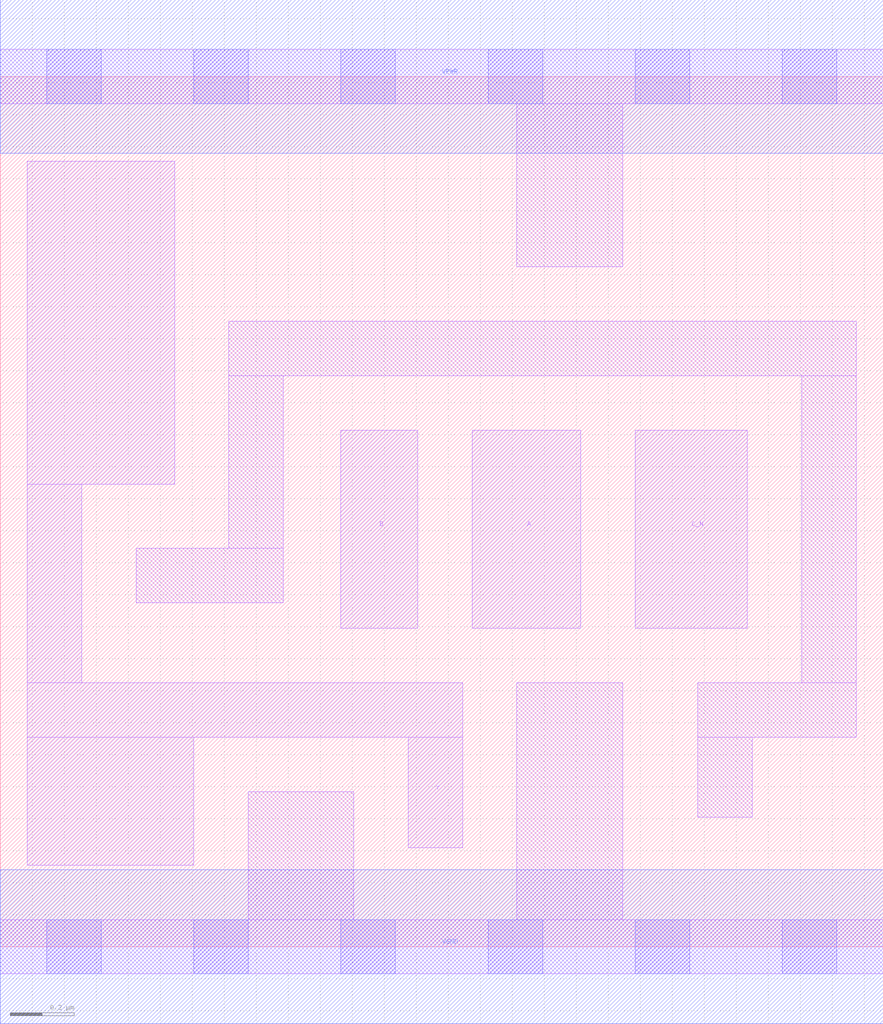
<source format=lef>
# Copyright 2020 The SkyWater PDK Authors
#
# Licensed under the Apache License, Version 2.0 (the "License");
# you may not use this file except in compliance with the License.
# You may obtain a copy of the License at
#
#     https://www.apache.org/licenses/LICENSE-2.0
#
# Unless required by applicable law or agreed to in writing, software
# distributed under the License is distributed on an "AS IS" BASIS,
# WITHOUT WARRANTIES OR CONDITIONS OF ANY KIND, either express or implied.
# See the License for the specific language governing permissions and
# limitations under the License.
#
# SPDX-License-Identifier: Apache-2.0

VERSION 5.7 ;
  NAMESCASESENSITIVE ON ;
  NOWIREEXTENSIONATPIN ON ;
  DIVIDERCHAR "/" ;
  BUSBITCHARS "[]" ;
UNITS
  DATABASE MICRONS 200 ;
END UNITS
MACRO sky130_fd_sc_hd__nor3b_1
  CLASS CORE ;
  SOURCE USER ;
  FOREIGN sky130_fd_sc_hd__nor3b_1 ;
  ORIGIN  0.000000  0.000000 ;
  SIZE  2.760000 BY  2.720000 ;
  SYMMETRY X Y R90 ;
  SITE unithd ;
  PIN A
    ANTENNAGATEAREA  0.247500 ;
    DIRECTION INPUT ;
    USE SIGNAL ;
    PORT
      LAYER li1 ;
        RECT 1.475000 0.995000 1.815000 1.615000 ;
    END
  END A
  PIN B
    ANTENNAGATEAREA  0.247500 ;
    DIRECTION INPUT ;
    USE SIGNAL ;
    PORT
      LAYER li1 ;
        RECT 1.065000 0.995000 1.305000 1.615000 ;
    END
  END B
  PIN C_N
    ANTENNAGATEAREA  0.126000 ;
    DIRECTION INPUT ;
    USE SIGNAL ;
    PORT
      LAYER li1 ;
        RECT 1.985000 0.995000 2.335000 1.615000 ;
    END
  END C_N
  PIN Y
    ANTENNADIFFAREA  0.716500 ;
    DIRECTION OUTPUT ;
    USE SIGNAL ;
    PORT
      LAYER li1 ;
        RECT 0.085000 0.255000 0.605000 0.655000 ;
        RECT 0.085000 0.655000 1.445000 0.825000 ;
        RECT 0.085000 0.825000 0.255000 1.445000 ;
        RECT 0.085000 1.445000 0.545000 2.455000 ;
        RECT 1.275000 0.310000 1.445000 0.655000 ;
    END
  END Y
  PIN VGND
    DIRECTION INOUT ;
    SHAPE ABUTMENT ;
    USE GROUND ;
    PORT
      LAYER met1 ;
        RECT 0.000000 -0.240000 2.760000 0.240000 ;
    END
  END VGND
  PIN VPWR
    DIRECTION INOUT ;
    SHAPE ABUTMENT ;
    USE POWER ;
    PORT
      LAYER met1 ;
        RECT 0.000000 2.480000 2.760000 2.960000 ;
    END
  END VPWR
  OBS
    LAYER li1 ;
      RECT 0.000000 -0.085000 2.760000 0.085000 ;
      RECT 0.000000  2.635000 2.760000 2.805000 ;
      RECT 0.425000  1.075000 0.885000 1.245000 ;
      RECT 0.715000  1.245000 0.885000 1.785000 ;
      RECT 0.715000  1.785000 2.675000 1.955000 ;
      RECT 0.775000  0.085000 1.105000 0.485000 ;
      RECT 1.615000  0.085000 1.945000 0.825000 ;
      RECT 1.615000  2.125000 1.945000 2.635000 ;
      RECT 2.180000  0.405000 2.350000 0.655000 ;
      RECT 2.180000  0.655000 2.675000 0.825000 ;
      RECT 2.505000  0.825000 2.675000 1.785000 ;
    LAYER mcon ;
      RECT 0.145000 -0.085000 0.315000 0.085000 ;
      RECT 0.145000  2.635000 0.315000 2.805000 ;
      RECT 0.605000 -0.085000 0.775000 0.085000 ;
      RECT 0.605000  2.635000 0.775000 2.805000 ;
      RECT 1.065000 -0.085000 1.235000 0.085000 ;
      RECT 1.065000  2.635000 1.235000 2.805000 ;
      RECT 1.525000 -0.085000 1.695000 0.085000 ;
      RECT 1.525000  2.635000 1.695000 2.805000 ;
      RECT 1.985000 -0.085000 2.155000 0.085000 ;
      RECT 1.985000  2.635000 2.155000 2.805000 ;
      RECT 2.445000 -0.085000 2.615000 0.085000 ;
      RECT 2.445000  2.635000 2.615000 2.805000 ;
  END
END sky130_fd_sc_hd__nor3b_1

</source>
